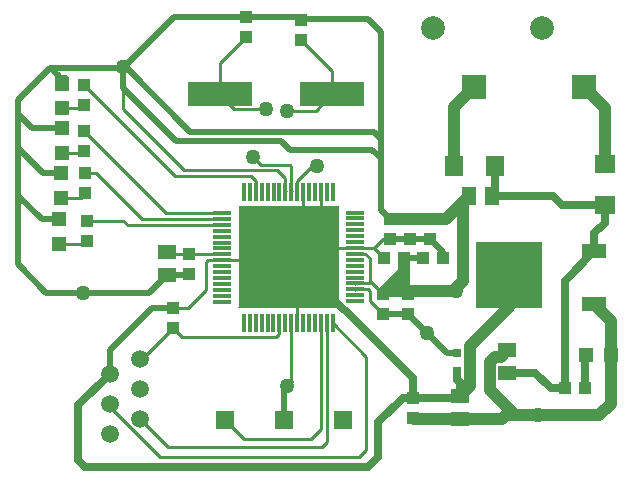
<source format=gtl>
%FSLAX25Y25*%
%MOIN*%
G70*
G01*
G75*
G04 Layer_Physical_Order=1*
G04 Layer_Color=255*
%ADD10R,0.04331X0.03937*%
%ADD11R,0.03937X0.04331*%
%ADD12R,0.05906X0.05118*%
%ADD13R,0.05118X0.05906*%
%ADD14R,0.06614X0.05984*%
%ADD15R,0.05984X0.06614*%
%ADD16R,0.04724X0.04724*%
%ADD17R,0.02756X0.02756*%
%ADD18R,0.04724X0.04724*%
%ADD19R,0.05906X0.01181*%
%ADD20R,0.01181X0.05906*%
%ADD21R,0.22047X0.22047*%
%ADD22R,0.07874X0.04724*%
%ADD23R,0.21654X0.07874*%
%ADD24C,0.01000*%
%ADD25C,0.01969*%
%ADD26C,0.02756*%
%ADD27C,0.03937*%
%ADD28C,0.07874*%
%ADD29R,0.07874X0.07874*%
%ADD30R,0.05906X0.05906*%
%ADD31C,0.05906*%
%ADD32C,0.05000*%
G36*
X133858Y57087D02*
X100260D01*
X100068Y57549D01*
X100394Y57874D01*
Y90945D01*
X133858D01*
Y57087D01*
D02*
G37*
D10*
X157480Y79921D02*
D03*
Y86614D02*
D03*
X150787Y79921D02*
D03*
Y86614D02*
D03*
X164173Y79921D02*
D03*
Y86614D02*
D03*
X148425Y55118D02*
D03*
Y61811D02*
D03*
X83858Y75197D02*
D03*
Y68504D02*
D03*
X158268Y27165D02*
D03*
Y20472D02*
D03*
X156693Y55118D02*
D03*
Y61811D02*
D03*
X49606Y79528D02*
D03*
Y86221D02*
D03*
X49213Y95276D02*
D03*
Y101969D02*
D03*
X48819Y109449D02*
D03*
Y116142D02*
D03*
Y124803D02*
D03*
Y131496D02*
D03*
X78347Y50394D02*
D03*
Y57087D02*
D03*
X121260Y153150D02*
D03*
Y146457D02*
D03*
X102756Y153937D02*
D03*
Y147244D02*
D03*
D11*
X148819Y73622D02*
D03*
X155512D02*
D03*
X168504D02*
D03*
X161811D02*
D03*
X215748Y30315D02*
D03*
X209055D02*
D03*
D12*
X76378Y75590D02*
D03*
Y68110D02*
D03*
X189764Y35433D02*
D03*
Y42913D02*
D03*
X174016Y27559D02*
D03*
Y20079D02*
D03*
D13*
X184646Y94488D02*
D03*
X177165D02*
D03*
D14*
X222441Y105118D02*
D03*
Y91535D02*
D03*
D15*
X172244Y104331D02*
D03*
X185827D02*
D03*
D16*
X224410Y41339D02*
D03*
X216142D02*
D03*
D17*
X173228Y36220D02*
D03*
Y42126D02*
D03*
D18*
X41338Y131889D02*
D03*
Y123621D02*
D03*
Y116928D02*
D03*
Y108661D02*
D03*
X40944Y101968D02*
D03*
Y93700D02*
D03*
X40551Y86613D02*
D03*
Y78346D02*
D03*
D19*
X94606Y59173D02*
D03*
Y61142D02*
D03*
Y63110D02*
D03*
Y65079D02*
D03*
Y67047D02*
D03*
Y69016D02*
D03*
Y70984D02*
D03*
Y72953D02*
D03*
Y74921D02*
D03*
Y76890D02*
D03*
Y78858D02*
D03*
Y80827D02*
D03*
Y82795D02*
D03*
Y84764D02*
D03*
Y86732D02*
D03*
Y88701D02*
D03*
X139106Y59339D02*
D03*
Y61307D02*
D03*
Y63276D02*
D03*
Y65244D02*
D03*
Y67213D02*
D03*
Y69181D02*
D03*
Y71150D02*
D03*
Y73118D02*
D03*
Y75087D02*
D03*
Y77055D02*
D03*
Y79024D02*
D03*
Y80992D02*
D03*
Y82961D02*
D03*
Y84929D02*
D03*
Y86898D02*
D03*
Y88866D02*
D03*
D20*
X102106Y95866D02*
D03*
X104075D02*
D03*
X106043D02*
D03*
X108012D02*
D03*
X109980D02*
D03*
X111949D02*
D03*
X113917D02*
D03*
X115886D02*
D03*
X117854D02*
D03*
X119823D02*
D03*
X121791D02*
D03*
X123760D02*
D03*
X125728D02*
D03*
X127697D02*
D03*
X129665D02*
D03*
X131634D02*
D03*
X102079Y52173D02*
D03*
X104047D02*
D03*
X106016D02*
D03*
X107984D02*
D03*
X109953D02*
D03*
X111921D02*
D03*
X113890D02*
D03*
X115858D02*
D03*
X117827D02*
D03*
X119795D02*
D03*
X121764D02*
D03*
X123732D02*
D03*
X125701D02*
D03*
X127669D02*
D03*
X129638D02*
D03*
X131606D02*
D03*
D21*
X190551Y68110D02*
D03*
D22*
X218898Y58268D02*
D03*
Y75984D02*
D03*
D23*
X131496Y128347D02*
D03*
X94095D02*
D03*
D24*
X117764Y95957D02*
X117854Y95866D01*
X119823D02*
X119913Y95957D01*
X117854Y95866D02*
X117945Y95957D01*
X26772Y121653D02*
X26772D01*
X115886Y95866D02*
X115976Y95957D01*
X117736Y52083D02*
X117827Y52173D01*
X139106Y65244D02*
X139197Y65153D01*
X124806Y77055D02*
X139106D01*
X127697Y95866D02*
X127787Y95776D01*
X121791Y82815D02*
Y95866D01*
X139106Y77055D02*
X139197Y76965D01*
X145476D01*
X139106Y63276D02*
X139197Y63185D01*
X117764Y95957D02*
Y104283D01*
X142913Y9843D02*
Y40866D01*
X131606Y52173D02*
X142913Y40866D01*
X113799Y52083D02*
X113890Y52173D01*
X41338Y131889D02*
Y133284D01*
X40371Y134251D02*
X41338Y133284D01*
X39369Y134251D02*
X40371D01*
X42864D01*
X40550Y86614D02*
X40551Y86613D01*
X49606Y86221D02*
X61811D01*
X63268Y84764D01*
X94606D01*
X49213Y101969D02*
X52756D01*
X67992Y86732D01*
X94606D01*
X48819Y116142D02*
X76260Y88701D01*
X94606D01*
X40551Y78346D02*
X48424D01*
X49606Y79528D01*
X40944Y93700D02*
X47637D01*
X49213Y95276D01*
X41338Y108661D02*
X48031D01*
X48819Y109449D01*
X41338Y123621D02*
X47637D01*
X48819Y124803D01*
X78347Y57087D02*
X83465D01*
X89370Y62992D01*
Y72347D01*
X89976Y72953D01*
X94606D01*
X83858Y75012D02*
Y75197D01*
X94516Y75012D02*
X94606Y74921D01*
X76772Y75197D02*
X83858D01*
X76378Y75590D02*
X76772Y75197D01*
X83858Y75012D02*
X94516D01*
X94606Y72953D02*
X118886D01*
X119795Y52173D02*
Y72044D01*
Y80819D02*
X121791Y82815D01*
X119795Y72044D02*
Y80819D01*
Y72044D02*
X124806Y77055D01*
X127787Y80036D01*
Y95776D01*
X145476Y76965D02*
X148819Y73622D01*
X144095Y59449D02*
X148425Y55118D01*
X144095Y59449D02*
Y62598D01*
X143417Y63276D02*
X144095Y62598D01*
X139106Y63276D02*
X143417D01*
X113890Y48535D02*
Y52173D01*
X112598Y47244D02*
X113890Y48535D01*
X81496Y47244D02*
X112598D01*
X78347Y50394D02*
X81496Y47244D01*
X127669Y16646D02*
Y52173D01*
X129638Y12315D02*
Y52173D01*
X57323Y24161D02*
Y25157D01*
X67323Y40157D02*
X68110D01*
X78347Y50394D01*
X140551Y7480D02*
X142913Y9843D01*
X74003Y7480D02*
X140551D01*
X57323Y24161D02*
X74003Y7480D01*
X127953Y10630D02*
X129638Y12315D01*
X76850Y10630D02*
X127953D01*
X67323Y20157D02*
X76850Y10630D01*
X124409Y13386D02*
X127669Y16646D01*
X101969Y13386D02*
X124409D01*
X95669Y19685D02*
X101969Y13386D01*
X117827Y32394D02*
Y52173D01*
X106043Y95866D02*
Y99468D01*
X104331Y101181D02*
X106043Y99468D01*
X79134Y101181D02*
X104331D01*
X48819Y131496D02*
X79134Y101181D01*
X139106Y75087D02*
X142502D01*
X143966Y73622D01*
Y66270D02*
Y73622D01*
X139106Y65244D02*
X144772D01*
X144882Y65354D01*
X143966Y66270D02*
X144882Y65354D01*
X148425Y61811D01*
X145476Y76965D02*
X148433Y79921D01*
X150787D01*
X115886Y95866D02*
Y100256D01*
X113173Y102969D02*
X115886Y100256D01*
X82071Y102969D02*
X113173D01*
X61811Y123228D02*
X82071Y102969D01*
X131496Y128347D02*
Y136221D01*
X121260Y146457D02*
X131496Y136221D01*
X94095Y138583D02*
X102756Y147244D01*
X94095Y127953D02*
Y128347D01*
Y138583D01*
X117291Y104756D02*
X117764Y104283D01*
X107843Y104756D02*
X117291D01*
X105118Y107480D02*
X107843Y104756D01*
X119823Y95866D02*
Y99350D01*
X124803Y104331D01*
X126378D01*
X98819Y123228D02*
X109449D01*
X94095Y127953D02*
X98819Y123228D01*
X116535Y122835D02*
X125984D01*
X131496Y128347D01*
X61811Y123228D02*
Y130315D01*
D25*
X26772Y121653D02*
Y126378D01*
X37508Y137114D01*
X40371Y134251D01*
X31497Y116928D02*
X41338D01*
X26772Y121653D02*
X31497Y116928D01*
X35040Y101968D02*
X40944D01*
X26772Y110236D02*
X35040Y101968D01*
X26772Y110236D02*
Y121653D01*
X34646Y86614D02*
X40550D01*
X26772Y94488D02*
X34646Y86614D01*
X26772Y71653D02*
Y94488D01*
Y110236D01*
X150787Y79921D02*
X157480D01*
X164173D01*
X155512Y73622D02*
X161811D01*
X169685Y42126D02*
X173228D01*
X148425Y55118D02*
X156693D01*
X148425Y61811D02*
X149213Y62598D01*
X155512Y62992D02*
X155905Y62598D01*
X156693Y61811D01*
X57323Y35157D02*
Y43071D01*
X71339Y57087D01*
X78347D01*
X115354Y19685D02*
Y29921D01*
X36220Y62205D02*
X48425D01*
X26772Y71653D02*
X36220Y62205D01*
X48425D02*
X70472D01*
X76378Y68110D01*
X115354Y29921D02*
X116591Y31157D01*
X117827Y32394D01*
X76378Y68110D02*
X83465D01*
X164173Y79921D02*
X168504Y75590D01*
X147638Y89764D02*
X150787Y86614D01*
X156693Y55118D02*
X169685Y42126D01*
X62205Y137402D02*
X78740Y153937D01*
X120472D02*
X120866Y153543D01*
X143307D02*
X147638Y149213D01*
X78740Y153937D02*
X102756D01*
X120472D01*
X120866Y153543D02*
X143307D01*
X190551Y57480D02*
Y68110D01*
X144882Y109843D02*
X147638Y107087D01*
X117323Y109843D02*
X144882D01*
X114567Y112598D02*
X117323Y109843D01*
X79527Y112598D02*
X114567D01*
X61811Y130315D02*
X79527Y112598D01*
X147638Y89764D02*
Y107087D01*
X61811Y137114D02*
Y137402D01*
Y130315D02*
Y137114D01*
X145276Y115748D02*
X147638Y113386D01*
X84252Y115748D02*
X145276D01*
X62598Y137402D02*
X84252Y115748D01*
X147638Y107087D02*
Y113386D01*
Y149213D01*
X61811Y137402D02*
X62205D01*
X62598D01*
X37508Y137114D02*
X61811D01*
D26*
X155118Y27165D02*
X158268D01*
X146850Y18898D02*
X155118Y27165D01*
X146850Y7480D02*
Y18898D01*
X143307Y3937D02*
X146850Y7480D01*
X185827Y95669D02*
Y104331D01*
X184646Y94488D02*
X185827Y95669D01*
X184646Y94488D02*
X205118D01*
X208071Y91535D01*
X222441D01*
Y85433D02*
Y91535D01*
X218898Y81890D02*
X222441Y85433D01*
X218898Y75984D02*
Y81890D01*
X215748Y30315D02*
Y40945D01*
X204331Y30315D02*
X209055D01*
X199213Y35433D02*
X204331Y30315D01*
X189764Y35433D02*
X199213D01*
X135937Y56189D02*
X158268Y33858D01*
Y27165D02*
Y33858D01*
X119795Y72044D02*
X135257Y56583D01*
X174016Y27559D02*
Y32283D01*
X173228Y33071D02*
X174016Y32283D01*
X173228Y33071D02*
Y36220D01*
X49213Y3937D02*
X143307D01*
X46850Y6299D02*
X49213Y3937D01*
X46850Y6299D02*
Y24685D01*
X57323Y35157D01*
X158268Y27165D02*
X174262D01*
X209055Y30315D02*
Y66142D01*
X218898Y75984D01*
D27*
X215354Y130709D02*
X222441Y123622D01*
Y105118D02*
Y123622D01*
X172244Y124213D02*
X178740Y130709D01*
X172244Y104331D02*
Y124213D01*
X224410Y41339D02*
Y52756D01*
X218898Y58268D02*
X224410Y52756D01*
Y25197D02*
Y41339D01*
X220472Y21260D02*
X224410Y25197D01*
X200000Y21260D02*
X220472D01*
X188189Y20079D02*
X189370Y21260D01*
X174016Y20079D02*
X188189D01*
X158661D02*
X174016D01*
X158268Y20472D02*
X158661Y20079D01*
X155512Y68898D02*
Y73622D01*
Y62992D02*
Y68898D01*
X150787Y86614D02*
X157480D01*
X164173D01*
X169291D01*
X149213Y62598D02*
X155905D01*
X149213D02*
X155512Y68898D01*
X172835Y62598D02*
Y63779D01*
X175197Y66142D01*
Y92520D01*
X169291Y86614D02*
X175197Y92520D01*
X177165Y94488D01*
X155905Y62598D02*
X172835D01*
X177559Y44488D02*
X190551Y57480D01*
X177559Y31102D02*
Y44488D01*
X174016Y27559D02*
X177559Y31102D01*
X184055Y39134D02*
X185670Y40748D01*
X184055Y29724D02*
Y39134D01*
Y29724D02*
X192520Y21260D01*
X189370D02*
X192520D01*
X200000D01*
X185670Y40748D02*
X187598D01*
X189764Y42913D01*
D28*
X201575Y150394D02*
D03*
X164961D02*
D03*
D29*
X215354Y130709D02*
D03*
X178740D02*
D03*
D30*
X95669Y19685D02*
D03*
X115354D02*
D03*
X135039D02*
D03*
D31*
X57323Y15157D02*
D03*
Y25157D02*
D03*
X67323Y20157D02*
D03*
Y30158D02*
D03*
X57323Y35157D02*
D03*
X67323Y40157D02*
D03*
D32*
X61811Y137402D02*
D03*
X172835Y62598D02*
D03*
X200000Y21260D02*
D03*
X48425Y62205D02*
D03*
X116591Y31157D02*
D03*
X162992Y48819D02*
D03*
X126378Y104331D02*
D03*
X105118Y107480D02*
D03*
X109449Y123228D02*
D03*
X116535Y122835D02*
D03*
M02*

</source>
